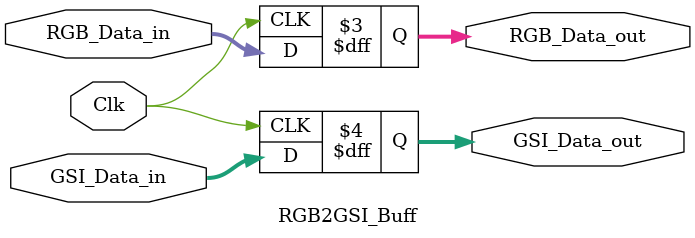
<source format=v>
`timescale 1ns / 1ps

module RGB2GSI_Buff(RGB_Data_in,RGB_Data_out,GSI_Data_in,GSI_Data_out,Clk);
    
    input [23:0] RGB_Data_in;
    input [7:0] GSI_Data_in;
    input Clk;
    
    output reg [23:0] RGB_Data_out;
    output reg [7:0] GSI_Data_out;
    
    initial
    begin
        RGB_Data_out=0;
        GSI_Data_out=0;
    end
    
    always @(posedge Clk)
    begin
        RGB_Data_out<=RGB_Data_in;
        GSI_Data_out<=GSI_Data_in;
    end
endmodule

</source>
